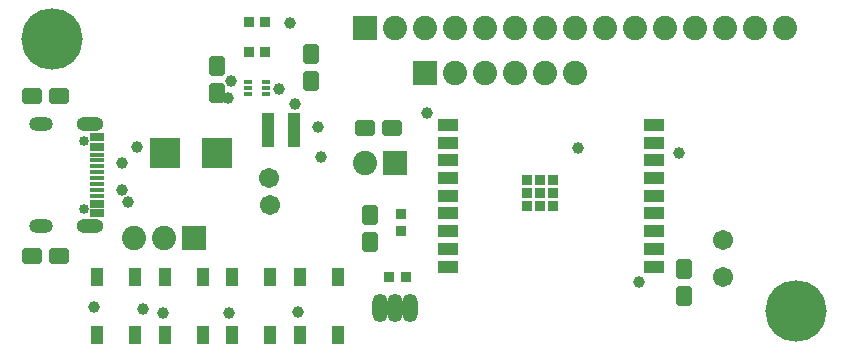
<source format=gbr>
%TF.GenerationSoftware,Altium Limited,Altium Designer,24.0.1 (36)*%
G04 Layer_Color=8388736*
%FSLAX45Y45*%
%MOMM*%
%TF.SameCoordinates,A01A54B3-6B64-4A67-9B29-D4FC54FCECB2*%
%TF.FilePolarity,Negative*%
%TF.FileFunction,Soldermask,Top*%
%TF.Part,Single*%
G01*
G75*
%TA.AperFunction,SMDPad,CuDef*%
%ADD44R,2.60320X2.60320*%
G04:AMPARAMS|DCode=45|XSize=0.862mm|YSize=0.862mm|CornerRadius=0.0881mm|HoleSize=0mm|Usage=FLASHONLY|Rotation=180.000|XOffset=0mm|YOffset=0mm|HoleType=Round|Shape=RoundedRectangle|*
%AMROUNDEDRECTD45*
21,1,0.86200,0.68580,0,0,180.0*
21,1,0.68580,0.86200,0,0,180.0*
1,1,0.17620,-0.34290,0.34290*
1,1,0.17620,0.34290,0.34290*
1,1,0.17620,0.34290,-0.34290*
1,1,0.17620,-0.34290,-0.34290*
%
%ADD45ROUNDEDRECTD45*%
G04:AMPARAMS|DCode=46|XSize=1.624mm|YSize=1.37mm|CornerRadius=0.14525mm|HoleSize=0mm|Usage=FLASHONLY|Rotation=90.000|XOffset=0mm|YOffset=0mm|HoleType=Round|Shape=RoundedRectangle|*
%AMROUNDEDRECTD46*
21,1,1.62400,1.07950,0,0,90.0*
21,1,1.33350,1.37000,0,0,90.0*
1,1,0.29050,0.53975,0.66675*
1,1,0.29050,0.53975,-0.66675*
1,1,0.29050,-0.53975,-0.66675*
1,1,0.29050,-0.53975,0.66675*
%
%ADD46ROUNDEDRECTD46*%
G04:AMPARAMS|DCode=47|XSize=0.862mm|YSize=0.862mm|CornerRadius=0.0881mm|HoleSize=0mm|Usage=FLASHONLY|Rotation=90.000|XOffset=0mm|YOffset=0mm|HoleType=Round|Shape=RoundedRectangle|*
%AMROUNDEDRECTD47*
21,1,0.86200,0.68580,0,0,90.0*
21,1,0.68580,0.86200,0,0,90.0*
1,1,0.17620,0.34290,0.34290*
1,1,0.17620,0.34290,-0.34290*
1,1,0.17620,-0.34290,-0.34290*
1,1,0.17620,-0.34290,0.34290*
%
%ADD47ROUNDEDRECTD47*%
G04:AMPARAMS|DCode=48|XSize=1.624mm|YSize=1.37mm|CornerRadius=0.14525mm|HoleSize=0mm|Usage=FLASHONLY|Rotation=180.000|XOffset=0mm|YOffset=0mm|HoleType=Round|Shape=RoundedRectangle|*
%AMROUNDEDRECTD48*
21,1,1.62400,1.07950,0,0,180.0*
21,1,1.33350,1.37000,0,0,180.0*
1,1,0.29050,-0.66675,0.53975*
1,1,0.29050,0.66675,0.53975*
1,1,0.29050,0.66675,-0.53975*
1,1,0.29050,-0.66675,-0.53975*
%
%ADD48ROUNDEDRECTD48*%
%TA.AperFunction,BGAPad,CuDef*%
%ADD49R,0.90320X0.90320*%
%TA.AperFunction,SMDPad,CuDef*%
%ADD50R,1.70320X1.10320*%
G04:AMPARAMS|DCode=51|XSize=1.1mm|YSize=1.6mm|CornerRadius=0.125mm|HoleSize=0mm|Usage=FLASHONLY|Rotation=0.000|XOffset=0mm|YOffset=0mm|HoleType=Round|Shape=RoundedRectangle|*
%AMROUNDEDRECTD51*
21,1,1.10000,1.35000,0,0,0.0*
21,1,0.85000,1.60000,0,0,0.0*
1,1,0.25000,0.42500,-0.67500*
1,1,0.25000,-0.42500,-0.67500*
1,1,0.25000,-0.42500,0.67500*
1,1,0.25000,0.42500,0.67500*
%
%ADD51ROUNDEDRECTD51*%
%ADD52R,1.00320X2.90320*%
G04:AMPARAMS|DCode=53|XSize=0.76mm|YSize=0.41mm|CornerRadius=0.07325mm|HoleSize=0mm|Usage=FLASHONLY|Rotation=0.000|XOffset=0mm|YOffset=0mm|HoleType=Round|Shape=RoundedRectangle|*
%AMROUNDEDRECTD53*
21,1,0.76000,0.26350,0,0,0.0*
21,1,0.61350,0.41000,0,0,0.0*
1,1,0.14650,0.30675,-0.13175*
1,1,0.14650,-0.30675,-0.13175*
1,1,0.14650,-0.30675,0.13175*
1,1,0.14650,0.30675,0.13175*
%
%ADD53ROUNDEDRECTD53*%
%TA.AperFunction,ConnectorPad*%
%ADD54R,1.25000X0.40000*%
%ADD55R,1.25000X0.70000*%
%TA.AperFunction,ComponentPad*%
%ADD56O,1.31320X2.42320*%
%ADD57C,2.05320*%
%ADD58R,2.05320X2.05320*%
%ADD59C,0.85320*%
%ADD60O,2.30320X1.20320*%
%ADD61O,2.00320X1.20320*%
%ADD62C,5.20320*%
%TA.AperFunction,ViaPad*%
%ADD63C,1.70320*%
%ADD64C,1.00320*%
D44*
X1300480Y1684020D02*
D03*
X1740480D02*
D03*
D45*
X3341150Y636050D02*
D03*
X3201450D02*
D03*
X2012950Y2540000D02*
D03*
X2152650D02*
D03*
Y2794000D02*
D03*
X2012950D02*
D03*
D46*
X3040355Y1160780D02*
D03*
Y932180D02*
D03*
X1740160Y2422340D02*
D03*
Y2193740D02*
D03*
X2540000Y2530100D02*
D03*
Y2301500D02*
D03*
X5697220Y477520D02*
D03*
Y706120D02*
D03*
D47*
X3302000Y1168400D02*
D03*
Y1028700D02*
D03*
D48*
X3000000Y1900000D02*
D03*
X3228600D02*
D03*
X403860Y2166620D02*
D03*
X175260D02*
D03*
X406400Y812800D02*
D03*
X177800D02*
D03*
D49*
X4586000Y1456000D02*
D03*
X4476000D02*
D03*
X4366000D02*
D03*
Y1236000D02*
D03*
X4476000D02*
D03*
X4586000D02*
D03*
Y1346000D02*
D03*
X4366000D02*
D03*
X4476000D02*
D03*
D50*
X3697000Y726000D02*
D03*
Y876000D02*
D03*
Y1026000D02*
D03*
Y1176000D02*
D03*
Y1326000D02*
D03*
Y1476000D02*
D03*
Y1626000D02*
D03*
Y1776000D02*
D03*
Y1926000D02*
D03*
X5447000D02*
D03*
Y1776000D02*
D03*
Y1626000D02*
D03*
Y1476000D02*
D03*
Y1326000D02*
D03*
Y1176000D02*
D03*
Y1026000D02*
D03*
Y876000D02*
D03*
Y726000D02*
D03*
D51*
X1051500Y637880D02*
D03*
Y147880D02*
D03*
X731500Y637880D02*
D03*
Y147880D02*
D03*
X1874500D02*
D03*
Y637880D02*
D03*
X2194500Y147880D02*
D03*
Y637880D02*
D03*
X1623000D02*
D03*
Y147880D02*
D03*
X1303000Y637880D02*
D03*
Y147880D02*
D03*
X2446000D02*
D03*
Y637880D02*
D03*
X2766000Y147880D02*
D03*
Y637880D02*
D03*
D52*
X2176000Y1879600D02*
D03*
X2396000D02*
D03*
D53*
X2009300Y2285200D02*
D03*
Y2235200D02*
D03*
Y2185200D02*
D03*
X2156300D02*
D03*
Y2235200D02*
D03*
Y2285200D02*
D03*
D54*
X725500Y1675000D02*
D03*
Y1625000D02*
D03*
Y1575000D02*
D03*
Y1325000D02*
D03*
Y1375000D02*
D03*
Y1425000D02*
D03*
Y1525000D02*
D03*
Y1475000D02*
D03*
D55*
Y1260000D02*
D03*
Y1740000D02*
D03*
Y1180000D02*
D03*
Y1820000D02*
D03*
D56*
X3378200Y378285D02*
D03*
X3251200D02*
D03*
X3124200D02*
D03*
D57*
X4778000Y2369000D02*
D03*
X4524000D02*
D03*
X3762000D02*
D03*
X4016000D02*
D03*
X4270000D02*
D03*
X3000000Y1600000D02*
D03*
X6556000Y2750000D02*
D03*
X6302000D02*
D03*
X4778000D02*
D03*
X4524000D02*
D03*
X4270000D02*
D03*
X4016000D02*
D03*
X3254000D02*
D03*
X3508000D02*
D03*
X3762000D02*
D03*
X5032000D02*
D03*
X5286000D02*
D03*
X5540000D02*
D03*
X5794000D02*
D03*
X6048000D02*
D03*
X1041400Y965200D02*
D03*
X1295400D02*
D03*
D58*
X3508000Y2369000D02*
D03*
X3254000Y1600000D02*
D03*
X3000000Y2750000D02*
D03*
X1549400Y965200D02*
D03*
D59*
X618000Y1789000D02*
D03*
Y1211000D02*
D03*
D60*
X668000Y1068000D02*
D03*
Y1932000D02*
D03*
D61*
X250000Y1068000D02*
D03*
Y1932000D02*
D03*
D62*
X350000Y2650000D02*
D03*
X6650000Y350000D02*
D03*
D63*
X6032500Y952500D02*
D03*
X2184400Y1473200D02*
D03*
X2195800Y1244600D02*
D03*
X6032500Y635000D02*
D03*
X1740480Y1684020D02*
D03*
D64*
X5447000Y876000D02*
D03*
X1864330Y2298170D02*
D03*
X3525000Y2025000D02*
D03*
X4803400Y1734000D02*
D03*
X3697000Y1626000D02*
D03*
X939800Y1371600D02*
D03*
Y1600200D02*
D03*
X2364740Y2788920D02*
D03*
X2603500Y1905000D02*
D03*
X5654040Y1691640D02*
D03*
X1117600Y365760D02*
D03*
X703700Y386814D02*
D03*
X1287900Y336880D02*
D03*
X1836420Y2153920D02*
D03*
X2268220Y2232660D02*
D03*
X5318760Y596900D02*
D03*
X2626360Y1656080D02*
D03*
X3695700Y876300D02*
D03*
X5447000Y1476000D02*
D03*
X990600Y1270000D02*
D03*
X2430900Y342880D02*
D03*
X1846700Y336880D02*
D03*
X2405380Y2103120D02*
D03*
X1063280Y1734820D02*
D03*
%TF.MD5,cb7779bf3c303ef6e3ff4d846a19b143*%
M02*

</source>
